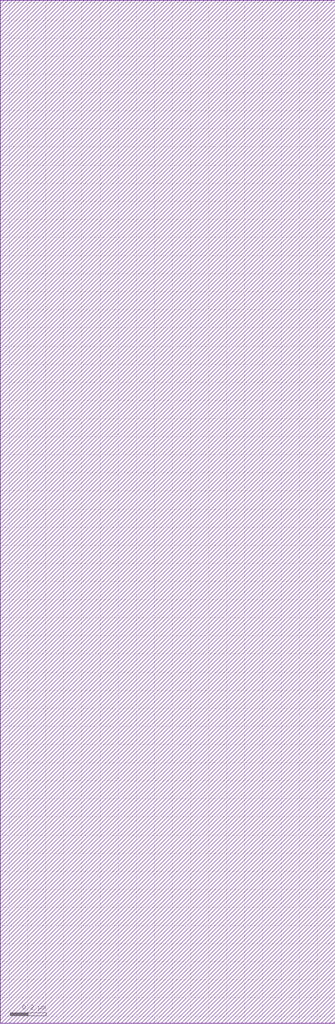
<source format=lef>
VERSION 5.7 ;
  NOWIREEXTENSIONATPIN ON ;
  DIVIDERCHAR "/" ;
  BUSBITCHARS "[]" ;
UNITS
  DATABASE MICRONS 200 ;
END UNITS

LAYER via2
  TYPE CUT ;
END via2

LAYER via
  TYPE CUT ;
END via

LAYER nwell
  TYPE MASTERSLICE ;
END nwell

LAYER via3
  TYPE CUT ;
END via3

LAYER pwell
  TYPE MASTERSLICE ;
END pwell

LAYER via4
  TYPE CUT ;
END via4

LAYER mcon
  TYPE CUT ;
END mcon

LAYER met6
  TYPE ROUTING ;
  WIDTH 0.030000 ;
  SPACING 0.040000 ;
  DIRECTION HORIZONTAL ;
END met6

LAYER met1
  TYPE ROUTING ;
  WIDTH 0.140000 ;
  SPACING 0.140000 ;
  DIRECTION HORIZONTAL ;
END met1

LAYER met3
  TYPE ROUTING ;
  WIDTH 0.300000 ;
  SPACING 0.300000 ;
  DIRECTION HORIZONTAL ;
END met3

LAYER met2
  TYPE ROUTING ;
  WIDTH 0.140000 ;
  SPACING 0.140000 ;
  DIRECTION HORIZONTAL ;
END met2

LAYER met4
  TYPE ROUTING ;
  WIDTH 0.300000 ;
  SPACING 0.300000 ;
  DIRECTION HORIZONTAL ;
END met4

LAYER met5
  TYPE ROUTING ;
  WIDTH 1.600000 ;
  SPACING 1.600000 ;
  DIRECTION HORIZONTAL ;
END met5

LAYER li1
  TYPE ROUTING ;
  WIDTH 0.170000 ;
  SPACING 0.170000 ;
  DIRECTION HORIZONTAL ;
END li1

MACRO sky130_hilas_dac6transistorstack01b
  CLASS BLOCK ;
  FOREIGN sky130_hilas_dac6transistorstack01b ;
  ORIGIN -0.150 1.740 ;
  SIZE 1.850 BY 5.650 ;
END sky130_hilas_dac6transistorstack01b
END LIBRARY


</source>
